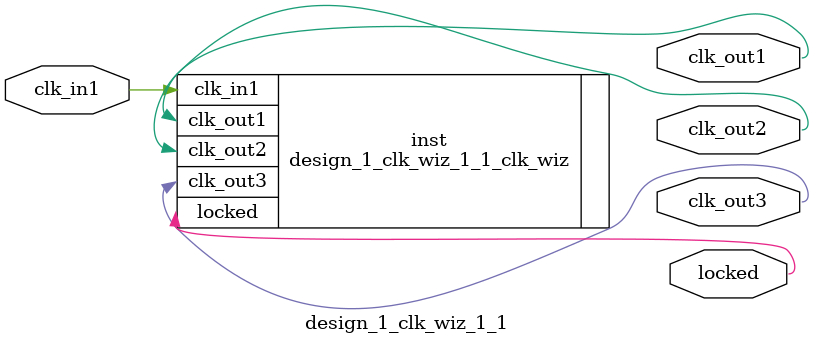
<source format=v>


`timescale 1ps/1ps

(* CORE_GENERATION_INFO = "design_1_clk_wiz_1_1,clk_wiz_v6_0_3_0_0,{component_name=design_1_clk_wiz_1_1,use_phase_alignment=true,use_min_o_jitter=false,use_max_i_jitter=false,use_dyn_phase_shift=false,use_inclk_switchover=false,use_dyn_reconfig=false,enable_axi=0,feedback_source=FDBK_AUTO,PRIMITIVE=MMCM,num_out_clk=3,clkin1_period=10.000,clkin2_period=10.000,use_power_down=false,use_reset=false,use_locked=true,use_inclk_stopped=false,feedback_type=SINGLE,CLOCK_MGR_TYPE=NA,manual_override=false}" *)

module design_1_clk_wiz_1_1 
 (
  // Clock out ports
  output        clk_out1,
  output        clk_out2,
  output        clk_out3,
  // Status and control signals
  output        locked,
 // Clock in ports
  input         clk_in1
 );

  design_1_clk_wiz_1_1_clk_wiz inst
  (
  // Clock out ports  
  .clk_out1(clk_out1),
  .clk_out2(clk_out2),
  .clk_out3(clk_out3),
  // Status and control signals               
  .locked(locked),
 // Clock in ports
  .clk_in1(clk_in1)
  );

endmodule

</source>
